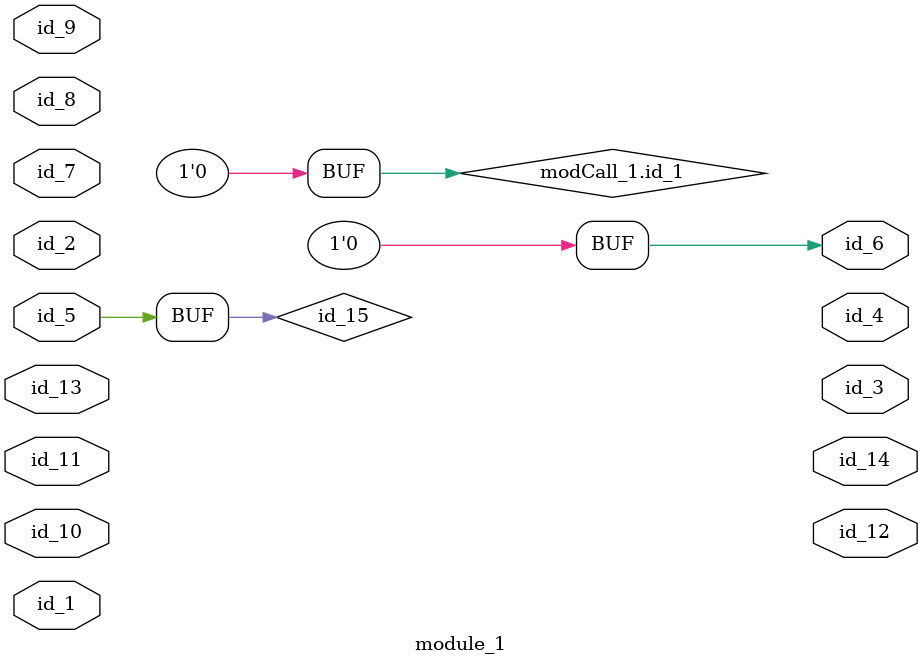
<source format=v>
module module_0;
  assign id_1 = (id_1) == id_1;
endmodule
module module_1 (
    id_1,
    id_2,
    id_3,
    id_4,
    id_5,
    id_6,
    id_7,
    id_8,
    id_9,
    id_10,
    id_11,
    id_12,
    id_13,
    id_14
);
  output wire id_14;
  input wire id_13;
  output wire id_12;
  inout wire id_11;
  inout wire id_10;
  inout wire id_9;
  input wire id_8;
  inout wire id_7;
  output wire id_6;
  inout wire id_5;
  output wire id_4;
  output wire id_3;
  inout wire id_2;
  input wire id_1;
  assign id_6 = 1'h0;
  module_0 modCall_1 ();
  assign modCall_1.id_1 = 0;
  wire id_15 = id_5, id_16;
endmodule

</source>
